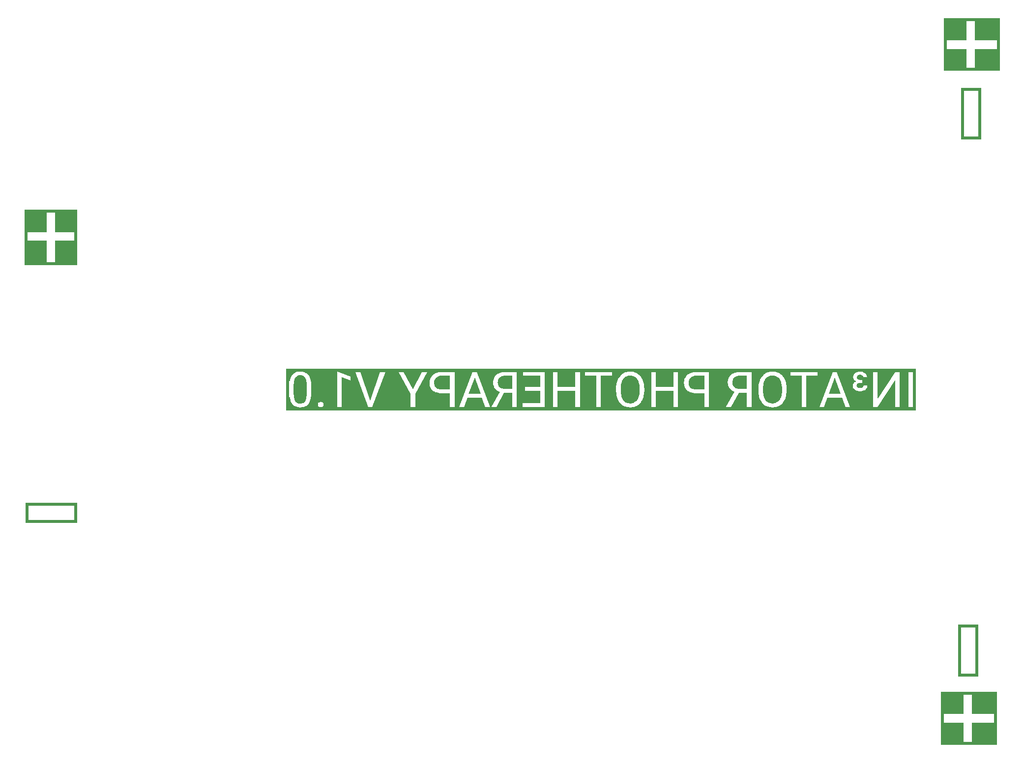
<source format=gbo>
G04*
G04 #@! TF.GenerationSoftware,Altium Limited,Altium Designer,21.9.1 (22)*
G04*
G04 Layer_Color=32896*
%FSLAX25Y25*%
%MOIN*%
G70*
G04*
G04 #@! TF.SameCoordinates,EB531D62-1C1F-4276-9C7D-F9011C492E8E*
G04*
G04*
G04 #@! TF.FilePolarity,Positive*
G04*
G01*
G75*
G36*
X727500Y767167D02*
X300654D01*
Y795533D01*
X727500D01*
Y767167D01*
D02*
G37*
G36*
X769972Y621703D02*
Y586500D01*
X756349D01*
Y621703D01*
X769972D01*
D02*
G37*
G36*
X782407Y540070D02*
X744436D01*
Y576000D01*
X782407D01*
Y540070D01*
D02*
G37*
G36*
X784407Y997570D02*
X746436D01*
Y1033500D01*
X784407D01*
Y997570D01*
D02*
G37*
G36*
X771972Y951000D02*
X758349D01*
Y986203D01*
X771972D01*
Y951000D01*
D02*
G37*
G36*
X159000Y704472D02*
Y690849D01*
X123797D01*
Y704472D01*
X159000D01*
D02*
G37*
G36*
Y903564D02*
Y865593D01*
X123070D01*
Y903564D01*
X159000D01*
D02*
G37*
%LPC*%
G36*
X689766Y793384D02*
X689396D01*
X688988Y793347D01*
X688507Y793273D01*
X687952Y793125D01*
X687359Y792977D01*
X686804Y792718D01*
X686285Y792384D01*
X686248Y792347D01*
X686100Y792199D01*
X685878Y791977D01*
X685656Y791681D01*
X685433Y791274D01*
X685211Y790829D01*
X685063Y790274D01*
X685026Y789681D01*
Y789644D01*
Y789533D01*
X685063Y789348D01*
X685100Y789126D01*
X685174Y788867D01*
X685248Y788608D01*
X685396Y788311D01*
X685582Y788015D01*
X685619Y787978D01*
X685693Y787904D01*
X685804Y787756D01*
X685989Y787608D01*
X686211Y787423D01*
X686507Y787237D01*
X686841Y787052D01*
X687211Y786867D01*
X687174D01*
X687100Y786830D01*
X686989Y786793D01*
X686841Y786719D01*
X686433Y786534D01*
X685989Y786238D01*
X685582Y785867D01*
X685174Y785349D01*
X685026Y785016D01*
X684915Y784682D01*
X684841Y784312D01*
X684804Y783905D01*
Y780165D01*
Y783831D01*
X684841Y783608D01*
X684878Y783312D01*
X684989Y782905D01*
X685137Y782460D01*
X685396Y782016D01*
X685730Y781572D01*
X686211Y781164D01*
X686285Y781127D01*
X686470Y781016D01*
X686767Y780831D01*
X687174Y780683D01*
X687692Y780498D01*
X688285Y780313D01*
X688988Y780202D01*
X689766Y780165D01*
X684804D01*
X694617D01*
X690136D01*
X690507Y780202D01*
X691025Y780276D01*
X691580Y780424D01*
X692173Y780572D01*
X692728Y780831D01*
X693284Y781164D01*
X693358Y781202D01*
X693506Y781350D01*
X693691Y781572D01*
X693950Y781905D01*
X694210Y782312D01*
X694395Y782757D01*
X694543Y783312D01*
X694617Y783942D01*
X692062D01*
Y783905D01*
Y783831D01*
X692025Y783682D01*
X691988Y783497D01*
X691914Y783312D01*
X691803Y783127D01*
X691655Y782905D01*
X691432Y782720D01*
X691395Y782683D01*
X691321Y782646D01*
X691173Y782572D01*
X690951Y782498D01*
X690729Y782386D01*
X690433Y782312D01*
X690062Y782275D01*
X689692Y782238D01*
X689507D01*
X689285Y782275D01*
X689025Y782312D01*
X688470Y782460D01*
X688211Y782572D01*
X687952Y782720D01*
X687915Y782757D01*
X687841Y782794D01*
X687766Y782905D01*
X687655Y783053D01*
X687544Y783238D01*
X687433Y783460D01*
X687396Y783719D01*
X687359Y784016D01*
Y784053D01*
Y784090D01*
X687396Y784312D01*
X687507Y784608D01*
X687655Y784941D01*
X687989Y785275D01*
X688174Y785423D01*
X688433Y785571D01*
X688692Y785682D01*
X689062Y785793D01*
X689433Y785830D01*
X689877Y785867D01*
X691321D01*
Y787830D01*
X689766D01*
X689544Y787867D01*
X689285Y787904D01*
X688692Y788052D01*
X688433Y788163D01*
X688174Y788311D01*
X688137Y788348D01*
X688063Y788422D01*
X687989Y788533D01*
X687878Y788682D01*
X687655Y789089D01*
X687618Y789311D01*
X687581Y789607D01*
Y789644D01*
Y789718D01*
X687618Y789866D01*
X687655Y790052D01*
X687804Y790422D01*
X687915Y790644D01*
X688100Y790829D01*
X688137Y790866D01*
X688211Y790903D01*
X688322Y790977D01*
X688507Y791088D01*
X688729Y791162D01*
X688988Y791237D01*
X689322Y791274D01*
X689729Y791311D01*
X689877D01*
X690062Y791274D01*
X690284D01*
X690766Y791125D01*
X691025Y791014D01*
X691284Y790866D01*
X691321D01*
X691358Y790792D01*
X691580Y790570D01*
X691766Y790237D01*
X691840Y790015D01*
X691877Y789755D01*
X694432D01*
Y789792D01*
Y789829D01*
X694395Y790015D01*
X694358Y790311D01*
X694284Y790681D01*
X694099Y791088D01*
X693876Y791533D01*
X693580Y791940D01*
X693136Y792347D01*
X693062Y792384D01*
X692877Y792496D01*
X692617Y792681D01*
X692210Y792866D01*
X691729Y793051D01*
X691136Y793236D01*
X690507Y793347D01*
X689766Y793384D01*
D02*
G37*
G36*
X660883Y786126D02*
Y786089D01*
D01*
Y786126D01*
D02*
G37*
G36*
X310135Y793532D02*
X309764D01*
X309505Y793495D01*
X309209Y793458D01*
X308838Y793384D01*
X308431Y793310D01*
X307987Y793236D01*
X307098Y792940D01*
X306617Y792718D01*
X306135Y792496D01*
X305691Y792199D01*
X305284Y791866D01*
X304876Y791496D01*
X304506Y791051D01*
X304469Y791014D01*
X304432Y790940D01*
X304321Y790792D01*
X304210Y790607D01*
X304099Y790348D01*
X303913Y790015D01*
X303765Y789644D01*
X303580Y789200D01*
X303432Y788682D01*
X303247Y788126D01*
X303099Y787497D01*
X302951Y786830D01*
X302840Y786089D01*
X302729Y785275D01*
X302692Y784423D01*
X302654Y783497D01*
Y793532D01*
D01*
Y769167D01*
Y779054D01*
X302692Y778720D01*
Y778276D01*
X302765Y777758D01*
X302803Y777202D01*
X302877Y776610D01*
X303099Y775314D01*
X303432Y774018D01*
X303617Y773388D01*
X303876Y772796D01*
X304136Y772240D01*
X304469Y771722D01*
X304506Y771685D01*
X304543Y771611D01*
X304654Y771499D01*
X304802Y771314D01*
X304987Y771129D01*
X305246Y770907D01*
X305543Y770685D01*
X305839Y770463D01*
X306209Y770203D01*
X306654Y769981D01*
X307098Y769759D01*
X307616Y769574D01*
X308172Y769389D01*
X308764Y769278D01*
X309394Y769204D01*
X310098Y769167D01*
X302654D01*
X317615D01*
D01*
X310468D01*
X310727Y769204D01*
X311023Y769241D01*
X311393Y769315D01*
X311801Y769389D01*
X312245Y769463D01*
X313134Y769759D01*
X313615Y769981D01*
X314097Y770203D01*
X314541Y770500D01*
X314948Y770833D01*
X315356Y771203D01*
X315726Y771648D01*
X315763Y771685D01*
X315800Y771759D01*
X315911Y771907D01*
X316022Y772129D01*
X316133Y772388D01*
X316318Y772721D01*
X316467Y773092D01*
X316652Y773536D01*
X316800Y774018D01*
X316985Y774573D01*
X317133Y775203D01*
X317281Y775869D01*
X317429Y776610D01*
X317503Y777424D01*
X317578Y778276D01*
X317615Y779165D01*
Y783682D01*
X317578Y784053D01*
X317541Y784497D01*
X317503Y784978D01*
X317466Y785534D01*
X317392Y786126D01*
X317170Y787385D01*
X316837Y788682D01*
X316652Y789311D01*
X316393Y789903D01*
X316133Y790459D01*
X315800Y790977D01*
X315763Y791014D01*
X315726Y791088D01*
X315615Y791199D01*
X315467Y791385D01*
X315245Y791570D01*
X315022Y791792D01*
X314726Y792014D01*
X314393Y792273D01*
X314023Y792496D01*
X313615Y792718D01*
X313171Y792940D01*
X312652Y793125D01*
X312097Y793310D01*
X311468Y793421D01*
X310838Y793495D01*
X310135Y793532D01*
D02*
G37*
G36*
X566308Y793199D02*
X558413D01*
X563198D01*
Y783016D01*
X551237D01*
Y793199D01*
X548089D01*
Y769500D01*
X558413D01*
X551237D01*
Y780461D01*
X563198D01*
Y769500D01*
X566308D01*
Y793199D01*
D02*
G37*
G36*
X499728Y793199D02*
X491833D01*
X496618D01*
Y783016D01*
X484657D01*
Y793199D01*
X481509D01*
Y769500D01*
X491833D01*
X484657D01*
Y780461D01*
X496618D01*
Y769500D01*
X499728D01*
Y793199D01*
D02*
G37*
G36*
X396229Y793199D02*
X384331D01*
X392637D01*
X386490Y781276D01*
X380306Y793199D01*
X376751D01*
X384935Y778313D01*
Y769500D01*
X396229D01*
X388046D01*
Y778313D01*
X396229Y793199D01*
D02*
G37*
G36*
X716650Y793199D02*
X713502D01*
X701542Y774832D01*
Y793199D01*
X698431D01*
Y769500D01*
X716650D01*
Y793199D01*
D02*
G37*
G36*
X367716Y793199D02*
X364309D01*
X357570Y773647D01*
X350793Y793199D01*
X347387D01*
X356163Y769500D01*
X347387Y769500D01*
X367716Y769500D01*
X358940D01*
X367716Y793199D01*
D02*
G37*
G36*
X324058Y772907D02*
X323910D01*
X323725Y772870D01*
X323539Y772833D01*
X323317Y772759D01*
X323058Y772684D01*
X322836Y772536D01*
X322651Y772351D01*
X322614Y772314D01*
X322577Y772277D01*
X322502Y772129D01*
X322391Y771981D01*
X322243Y771574D01*
X322206Y771351D01*
X322169Y771055D01*
Y772907D01*
D01*
Y769315D01*
D01*
Y770944D01*
X322206Y770796D01*
X322243Y770611D01*
X322354Y770203D01*
X322502Y770018D01*
X322651Y769796D01*
X322688Y769759D01*
X322725Y769722D01*
X322836Y769648D01*
X323021Y769574D01*
X323206Y769463D01*
X323428Y769389D01*
X323725Y769352D01*
X324058Y769315D01*
X322169D01*
X324206D01*
X324391Y769352D01*
X324576Y769389D01*
X325058Y769537D01*
X325280Y769648D01*
X325465Y769796D01*
Y769833D01*
X325539Y769907D01*
X325613Y770018D01*
X325687Y770166D01*
X325835Y770537D01*
X325872Y770796D01*
X325909Y771055D01*
Y771203D01*
X325872Y771314D01*
X325835Y771499D01*
X325724Y771944D01*
X325613Y772166D01*
X325465Y772351D01*
X325428Y772388D01*
X325391Y772425D01*
X325280Y772536D01*
X325095Y772647D01*
X324909Y772721D01*
X324650Y772833D01*
X324391Y772870D01*
X324058Y772907D01*
D02*
G37*
G36*
X725500Y793199D02*
X722390D01*
Y769500D01*
X725500D01*
Y793199D01*
D02*
G37*
G36*
X673917Y793199D02*
X671177D01*
X662105Y769500D01*
X682952D01*
X673917Y793199D01*
D02*
G37*
G36*
X660883D02*
X642553D01*
Y790644D01*
X650181D01*
Y769500D01*
X642553D01*
D01*
X660883D01*
X653292D01*
Y790644D01*
X660883D01*
Y793199D01*
D02*
G37*
G36*
X616150Y793199D02*
X598932D01*
X607930D01*
X607633Y793162D01*
X607300D01*
X606930Y793088D01*
X606486Y793051D01*
X606041Y792977D01*
X605041Y792755D01*
X604005Y792422D01*
X603523Y792199D01*
X603042Y791977D01*
X602560Y791681D01*
X602153Y791348D01*
X602116Y791311D01*
X602042Y791274D01*
X601968Y791162D01*
X601820Y791014D01*
X601635Y790829D01*
X601449Y790607D01*
X601264Y790311D01*
X601042Y790015D01*
X600857Y789644D01*
X600672Y789274D01*
X600487Y788830D01*
X600302Y788348D01*
X600153Y787830D01*
X600079Y787274D01*
X600005Y786682D01*
X599968Y786052D01*
Y786015D01*
Y785941D01*
Y785830D01*
Y785682D01*
X600042Y785275D01*
X600116Y784719D01*
X600265Y784127D01*
X600487Y783460D01*
X600783Y782794D01*
X601190Y782164D01*
X601227Y782090D01*
X601412Y781905D01*
X601672Y781609D01*
X602042Y781239D01*
X602523Y780868D01*
X603079Y780461D01*
X603745Y780091D01*
X604523Y779757D01*
X598932Y769685D01*
Y769500D01*
X602301D01*
X607448Y779091D01*
X613003D01*
Y769500D01*
X616150D01*
Y793199D01*
D02*
G37*
G36*
X587341D02*
X570307Y793199D01*
X578232D01*
X577973Y793162D01*
X577639Y793125D01*
X577269Y793088D01*
X576825Y793051D01*
X576380Y792940D01*
X575417Y792718D01*
X574381Y792347D01*
X573899Y792125D01*
X573418Y791866D01*
X572973Y791570D01*
X572529Y791199D01*
X572492Y791162D01*
X572418Y791125D01*
X572307Y790977D01*
X572196Y790829D01*
X572011Y790644D01*
X571826Y790385D01*
X571640Y790126D01*
X571418Y789792D01*
X571196Y789422D01*
X571011Y789052D01*
X570641Y788126D01*
X570529Y787645D01*
X570418Y787089D01*
X570344Y786534D01*
X570307Y785941D01*
Y785608D01*
X570344Y785386D01*
X570381Y785090D01*
X570418Y784756D01*
X570567Y783979D01*
X570826Y783127D01*
X571011Y782683D01*
X571196Y782238D01*
X571455Y781831D01*
X571751Y781424D01*
X572085Y781016D01*
X572455Y780646D01*
X572492Y780609D01*
X572566Y780572D01*
X572677Y780461D01*
X572862Y780350D01*
X573084Y780202D01*
X573344Y780054D01*
X573677Y779905D01*
X574047Y779720D01*
X574455Y779535D01*
X574899Y779387D01*
X575417Y779239D01*
X575973Y779091D01*
X576565Y778980D01*
X577195Y778869D01*
X577898Y778831D01*
X578639Y778794D01*
X584231Y778794D01*
Y769500D01*
X587341D01*
Y793199D01*
D02*
G37*
G36*
X521576Y793199D02*
X503246D01*
Y790644D01*
X510874D01*
Y769500D01*
X521576D01*
X513985D01*
Y790644D01*
X521576D01*
Y793199D01*
D02*
G37*
G36*
X475955D02*
X461069Y793199D01*
Y790644D01*
X472844Y790644D01*
Y783016D01*
X462587Y783016D01*
Y780461D01*
X472844Y780461D01*
Y772055D01*
X460921Y772055D01*
Y769500D01*
X475955Y769500D01*
Y793199D01*
D02*
G37*
G36*
X457032Y793199D02*
X448812D01*
X448516Y793162D01*
X448182D01*
X447812Y793088D01*
X447368Y793051D01*
X446923Y792977D01*
X445924Y792755D01*
X444887Y792421D01*
X444405Y792199D01*
X443924Y791977D01*
X443442Y791681D01*
X443035Y791348D01*
X442998Y791311D01*
X442924Y791274D01*
X442850Y791162D01*
X442702Y791014D01*
X442517Y790829D01*
X442332Y790607D01*
X442146Y790311D01*
X441924Y790015D01*
X441739Y789644D01*
X441554Y789274D01*
X441369Y788830D01*
X441184Y788348D01*
X441036Y787830D01*
X440962Y787274D01*
X440887Y786682D01*
X440850Y786052D01*
Y786015D01*
Y785941D01*
Y785830D01*
Y785682D01*
X440924Y785275D01*
X440999Y784719D01*
X441147Y784127D01*
X441369Y783460D01*
X441665Y782794D01*
X442072Y782164D01*
X442109Y782090D01*
X442295Y781905D01*
X442554Y781609D01*
X442924Y781239D01*
X443405Y780868D01*
X443961Y780461D01*
X444628Y780091D01*
X445405Y779757D01*
X439814Y769685D01*
Y769500D01*
X457032D01*
Y793199D01*
D02*
G37*
G36*
X429741D02*
X417929D01*
X427001D01*
X417929Y769500D01*
X438777D01*
X429741Y793199D01*
D02*
G37*
G36*
X414744D02*
X405635Y793199D01*
X405376Y793162D01*
X405042Y793125D01*
X404672Y793088D01*
X404228Y793051D01*
X403783Y792940D01*
X402821Y792718D01*
X401784Y792347D01*
X401302Y792125D01*
X400821Y791866D01*
X400377Y791570D01*
X399932Y791199D01*
X399895Y791162D01*
X399821Y791125D01*
X399710Y790977D01*
X399599Y790829D01*
X399414Y790644D01*
X399229Y790385D01*
X399043Y790126D01*
X398821Y789792D01*
X398599Y789422D01*
X398414Y789052D01*
X398044Y788126D01*
X397933Y787645D01*
X397821Y787089D01*
X397747Y786534D01*
X397710Y785941D01*
Y785608D01*
X397747Y785386D01*
X397784Y785090D01*
X397821Y784756D01*
X397970Y783979D01*
X398229Y783127D01*
X398414Y782683D01*
X398599Y782238D01*
X398858Y781831D01*
X399155Y781424D01*
X399488Y781016D01*
X399858Y780646D01*
X399895Y780609D01*
X399969Y780572D01*
X400080Y780461D01*
X400266Y780350D01*
X400488Y780202D01*
X400747Y780054D01*
X401080Y779905D01*
X401450Y779720D01*
X401858Y779535D01*
X402302Y779387D01*
X402821Y779239D01*
X403376Y779091D01*
X403968Y778980D01*
X404598Y778868D01*
X405302Y778831D01*
X406042Y778794D01*
X411634Y778794D01*
Y769500D01*
X397710Y769500D01*
D01*
X414744Y769500D01*
Y793199D01*
D02*
G37*
G36*
X384011Y769500D02*
X376751D01*
D01*
X384011D01*
D02*
G37*
G36*
X335574Y793310D02*
X335093D01*
Y769500D01*
X344202D01*
Y790089D01*
X335574Y793310D01*
D02*
G37*
G36*
X630370Y793532D02*
X620816D01*
X630074D01*
X629888Y793495D01*
X629629D01*
X629333Y793458D01*
X628667Y793347D01*
X627889Y793199D01*
X627037Y792940D01*
X626186Y792607D01*
X625334Y792125D01*
X625297D01*
X625223Y792051D01*
X625112Y791977D01*
X624964Y791866D01*
X624593Y791570D01*
X624112Y791125D01*
X623556Y790533D01*
X623001Y789866D01*
X622482Y789052D01*
X622001Y788126D01*
Y788089D01*
X621964Y788015D01*
X621890Y787867D01*
X621816Y787682D01*
X621742Y787423D01*
X621631Y787126D01*
X621520Y786793D01*
X621409Y786386D01*
X621298Y785978D01*
X621186Y785497D01*
X621001Y784460D01*
X620853Y783312D01*
X620816Y782053D01*
Y779980D01*
X620853Y779683D01*
X620890Y779350D01*
X620927Y778943D01*
X620964Y778498D01*
X621112Y777535D01*
X621298Y776536D01*
X621594Y775499D01*
X622001Y774462D01*
Y774425D01*
X622038Y774351D01*
X622112Y774203D01*
X622223Y774055D01*
X622334Y773833D01*
X622482Y773573D01*
X622853Y772981D01*
X623297Y772351D01*
X623890Y771685D01*
X624519Y771055D01*
X625297Y770500D01*
X625334D01*
X625408Y770426D01*
X625519Y770389D01*
X625667Y770278D01*
X625889Y770203D01*
X626112Y770092D01*
X626408Y769944D01*
X626741Y769833D01*
X627482Y769574D01*
X628333Y769389D01*
X629296Y769241D01*
X630333Y769167D01*
X639887Y769167D01*
X630592Y769167D01*
X630814Y769204D01*
X631037D01*
X631333Y769241D01*
X631999Y769352D01*
X632777Y769500D01*
X633592Y769759D01*
X634443Y770092D01*
X635295Y770537D01*
X635332D01*
X635406Y770611D01*
X635517Y770685D01*
X635665Y770796D01*
X636035Y771092D01*
X636517Y771537D01*
X637072Y772092D01*
X637628Y772759D01*
X638183Y773573D01*
X638665Y774462D01*
Y774499D01*
X638702Y774573D01*
X638776Y774721D01*
X638850Y774906D01*
X638924Y775166D01*
X639035Y775462D01*
X639146Y775795D01*
X639257Y776165D01*
X639368Y776573D01*
X639479Y777017D01*
X639665Y778017D01*
X639813Y779128D01*
X639887Y780350D01*
Y782386D01*
X639850Y782646D01*
Y782942D01*
X639813Y783275D01*
X639776Y783682D01*
X639739Y784090D01*
X639590Y785053D01*
X639368Y786052D01*
X639109Y787089D01*
X638702Y788089D01*
Y788126D01*
X638628Y788200D01*
X638591Y788348D01*
X638480Y788533D01*
X638368Y788756D01*
X638183Y789015D01*
X637813Y789570D01*
X637332Y790237D01*
X636776Y790903D01*
X636110Y791533D01*
X635332Y792125D01*
X635295D01*
X635221Y792199D01*
X635110Y792273D01*
X634962Y792347D01*
X634739Y792459D01*
X634480Y792570D01*
X634221Y792681D01*
X633888Y792829D01*
X633147Y793088D01*
X632333Y793310D01*
X631370Y793458D01*
X630370Y793532D01*
D02*
G37*
G36*
X533870Y793532D02*
X533573D01*
X533388Y793495D01*
X533129D01*
X532833Y793458D01*
X532166Y793347D01*
X531389Y793199D01*
X530537Y792940D01*
X529685Y792607D01*
X528834Y792125D01*
X528797D01*
X528723Y792051D01*
X528612Y791977D01*
X528463Y791866D01*
X528093Y791570D01*
X527612Y791125D01*
X527056Y790533D01*
X526501Y789866D01*
X525982Y789052D01*
X525501Y788126D01*
Y788089D01*
X525464Y788015D01*
X525390Y787867D01*
X525316Y787682D01*
X525242Y787423D01*
X525131Y787126D01*
X525020Y786793D01*
X524908Y786386D01*
X524797Y785978D01*
X524686Y785497D01*
X524501Y784460D01*
X524353Y783312D01*
X524316Y782053D01*
Y779979D01*
X524353Y779683D01*
X524390Y779350D01*
X524427Y778943D01*
X524464Y778498D01*
X524612Y777535D01*
X524797Y776536D01*
X525094Y775499D01*
X525501Y774462D01*
Y774425D01*
X525538Y774351D01*
X525612Y774203D01*
X525723Y774055D01*
X525834Y773833D01*
X525982Y773573D01*
X526353Y772981D01*
X526797Y772351D01*
X527389Y771685D01*
X528019Y771055D01*
X528797Y770500D01*
X528834D01*
X528908Y770426D01*
X529019Y770389D01*
X529167Y770278D01*
X529389Y770203D01*
X529611Y770092D01*
X529908Y769944D01*
X530241Y769833D01*
X530981Y769574D01*
X531833Y769389D01*
X532796Y769241D01*
X533833Y769167D01*
X524316Y769167D01*
D01*
X543387Y769167D01*
D01*
X534092D01*
X534314Y769204D01*
X534536D01*
X534832Y769241D01*
X535499Y769352D01*
X536277Y769500D01*
X537091Y769759D01*
X537943Y770092D01*
X538795Y770537D01*
X538832D01*
X538906Y770611D01*
X539017Y770685D01*
X539165Y770796D01*
X539535Y771092D01*
X540017Y771537D01*
X540572Y772092D01*
X541128Y772759D01*
X541683Y773573D01*
X542165Y774462D01*
Y774499D01*
X542202Y774573D01*
X542276Y774721D01*
X542350Y774906D01*
X542424Y775166D01*
X542535Y775462D01*
X542646Y775795D01*
X542757Y776165D01*
X542868Y776573D01*
X542979Y777017D01*
X543164Y778017D01*
X543312Y779128D01*
X543387Y780350D01*
Y782386D01*
X543349Y782646D01*
Y782942D01*
X543312Y783275D01*
X543275Y783682D01*
X543238Y784090D01*
X543090Y785053D01*
X542868Y786052D01*
X542609Y787089D01*
X542202Y788089D01*
Y788126D01*
X542127Y788200D01*
X542090Y788348D01*
X541979Y788533D01*
X541868Y788756D01*
X541683Y789015D01*
X541313Y789570D01*
X540831Y790237D01*
X540276Y790903D01*
X539609Y791533D01*
X538832Y792125D01*
X538795D01*
X538721Y792199D01*
X538610Y792273D01*
X538461Y792347D01*
X538239Y792459D01*
X537980Y792570D01*
X537721Y792681D01*
X537388Y792829D01*
X536647Y793088D01*
X535832Y793310D01*
X534870Y793458D01*
X533870Y793532D01*
D02*
G37*
%LPD*%
G36*
X310505Y791014D02*
X310912Y790977D01*
X311431Y790829D01*
X311986Y790607D01*
X312541Y790311D01*
X313097Y789866D01*
X313319Y789570D01*
X313541Y789274D01*
Y789237D01*
X313578Y789200D01*
X313652Y789089D01*
X313689Y788941D01*
X313763Y788756D01*
X313875Y788533D01*
X313949Y788274D01*
X314060Y787941D01*
X314171Y787608D01*
X314245Y787200D01*
X314356Y786756D01*
X314430Y786274D01*
X314504Y785756D01*
X314541Y785201D01*
X314578Y784608D01*
X314615Y783942D01*
Y779091D01*
Y779054D01*
Y778943D01*
Y778720D01*
X314578Y778461D01*
Y778165D01*
X314541Y777795D01*
X314504Y777387D01*
X314467Y776943D01*
X314356Y776017D01*
X314134Y775092D01*
X313875Y774203D01*
X313689Y773795D01*
X313504Y773425D01*
Y773388D01*
X313467Y773351D01*
X313282Y773129D01*
X313023Y772870D01*
X312652Y772536D01*
X312171Y772203D01*
X311579Y771907D01*
X310875Y771685D01*
X310505Y771648D01*
X310098Y771611D01*
X309875D01*
X309727Y771648D01*
X309320Y771685D01*
X308838Y771833D01*
X308320Y772018D01*
X307765Y772314D01*
X307246Y772759D01*
X307024Y773018D01*
X306802Y773314D01*
Y773351D01*
X306765Y773388D01*
X306691Y773499D01*
X306617Y773647D01*
X306543Y773832D01*
X306469Y774055D01*
X306357Y774351D01*
X306246Y774647D01*
X306135Y775017D01*
X306061Y775425D01*
X305950Y775869D01*
X305876Y776350D01*
X305802Y776869D01*
X305728Y777461D01*
X305691Y778091D01*
X305654Y778757D01*
Y783682D01*
Y783719D01*
Y783868D01*
Y784053D01*
Y784312D01*
X305691Y784645D01*
Y784978D01*
X305728Y785386D01*
X305802Y785830D01*
X305913Y786756D01*
X306098Y787682D01*
X306357Y788533D01*
X306543Y788941D01*
X306728Y789274D01*
Y789311D01*
X306765Y789348D01*
X306913Y789570D01*
X307172Y789829D01*
X307542Y790163D01*
X308024Y790496D01*
X308616Y790792D01*
X309320Y790977D01*
X309727Y791014D01*
X310135Y791051D01*
X310357D01*
X310505Y791014D01*
D02*
G37*
G36*
X713502Y769500D02*
X701579D01*
X713502Y787756D01*
Y769500D01*
D02*
G37*
G36*
X676583Y778239D02*
X668511D01*
X672547Y789311D01*
X676583Y778239D01*
D02*
G37*
G36*
X679731Y769500D02*
X665326D01*
X667585Y775684D01*
X677509D01*
X679731Y769500D01*
D02*
G37*
G36*
X613003Y781646D02*
X607967D01*
X607819Y781683D01*
X607374Y781720D01*
X606856Y781794D01*
X606263Y781942D01*
X605634Y782164D01*
X605041Y782423D01*
X604486Y782831D01*
X604412Y782905D01*
X604264Y783053D01*
X604042Y783312D01*
X603782Y783682D01*
X603560Y784164D01*
X603338Y784719D01*
X603190Y785349D01*
X603116Y786052D01*
Y786089D01*
Y786164D01*
Y786275D01*
X603153Y786423D01*
X603190Y786830D01*
X603264Y787311D01*
X603449Y787867D01*
X603671Y788422D01*
X604005Y788941D01*
X604449Y789422D01*
X604523Y789459D01*
X604671Y789607D01*
X605004Y789792D01*
X605412Y790015D01*
X605930Y790237D01*
X606597Y790422D01*
X607337Y790570D01*
X608226Y790644D01*
X613003D01*
Y781646D01*
D02*
G37*
G36*
X584231Y781350D02*
X578343Y781350D01*
X578195Y781387D01*
X577973D01*
X577750Y781424D01*
X577158Y781498D01*
X576565Y781646D01*
X575899Y781831D01*
X575306Y782127D01*
X574751Y782498D01*
X574677Y782572D01*
X574529Y782720D01*
X574343Y782979D01*
X574084Y783386D01*
X573825Y783868D01*
X573640Y784423D01*
X573492Y785127D01*
X573418Y785904D01*
Y785941D01*
Y786015D01*
Y786126D01*
X573455Y786275D01*
X573492Y786645D01*
X573566Y787126D01*
X573751Y787682D01*
X573973Y788237D01*
X574306Y788793D01*
X574751Y789311D01*
X574825Y789348D01*
X575010Y789496D01*
X575306Y789718D01*
X575714Y789941D01*
X576232Y790200D01*
X576862Y790422D01*
X577602Y790570D01*
X578417Y790644D01*
X584231Y790644D01*
Y781350D01*
D02*
G37*
G36*
X453885Y781646D02*
X448849D01*
X448701Y781683D01*
X448256Y781720D01*
X447738Y781794D01*
X447146Y781942D01*
X446516Y782164D01*
X445924Y782423D01*
X445368Y782831D01*
X445294Y782905D01*
X445146Y783053D01*
X444924Y783312D01*
X444664Y783682D01*
X444442Y784164D01*
X444220Y784719D01*
X444072Y785349D01*
X443998Y786052D01*
Y786089D01*
Y786164D01*
Y786274D01*
X444035Y786423D01*
X444072Y786830D01*
X444146Y787311D01*
X444331Y787867D01*
X444553Y788422D01*
X444887Y788941D01*
X445331Y789422D01*
X445405Y789459D01*
X445553Y789607D01*
X445887Y789792D01*
X446294Y790015D01*
X446812Y790237D01*
X447479Y790422D01*
X448219Y790570D01*
X449108Y790644D01*
X453885D01*
Y781646D01*
D02*
G37*
G36*
Y769500D02*
X443183D01*
X448330Y779091D01*
X453885D01*
Y769500D01*
D02*
G37*
G36*
X432408Y778239D02*
X424335D01*
X428371Y789311D01*
X432408Y778239D01*
D02*
G37*
G36*
X435555Y769500D02*
X421150D01*
X423409Y775684D01*
X433333D01*
X435555Y769500D01*
D02*
G37*
G36*
X411634Y781350D02*
X405746Y781350D01*
X405598Y781387D01*
X405376D01*
X405154Y781424D01*
X404561Y781498D01*
X403968Y781646D01*
X403302Y781831D01*
X402709Y782127D01*
X402154Y782498D01*
X402080Y782572D01*
X401932Y782720D01*
X401747Y782979D01*
X401487Y783386D01*
X401228Y783868D01*
X401043Y784423D01*
X400895Y785127D01*
X400821Y785904D01*
Y785941D01*
Y786015D01*
Y786126D01*
X400858Y786274D01*
X400895Y786645D01*
X400969Y787126D01*
X401154Y787682D01*
X401376Y788237D01*
X401710Y788793D01*
X402154Y789311D01*
X402228Y789348D01*
X402413Y789496D01*
X402709Y789718D01*
X403117Y789941D01*
X403635Y790200D01*
X404265Y790422D01*
X405005Y790570D01*
X405820Y790644D01*
X411634Y790644D01*
Y781350D01*
D02*
G37*
G36*
X344202Y787348D02*
Y769500D01*
X338129D01*
Y789570D01*
X344202Y787348D01*
D02*
G37*
G36*
X630851Y790792D02*
X631110Y790755D01*
X631407Y790718D01*
X632073Y790533D01*
X632814Y790274D01*
X633184Y790089D01*
X633592Y789866D01*
X633962Y789607D01*
X634332Y789311D01*
X634702Y788978D01*
X635036Y788570D01*
Y788533D01*
X635110Y788459D01*
X635184Y788348D01*
X635295Y788163D01*
X635406Y787941D01*
X635554Y787645D01*
X635702Y787311D01*
X635887Y786941D01*
X636035Y786534D01*
X636184Y786052D01*
X636332Y785534D01*
X636480Y784978D01*
X636591Y784386D01*
X636665Y783719D01*
X636739Y783053D01*
X636776Y782312D01*
Y780572D01*
Y780535D01*
Y780387D01*
Y780165D01*
X636739Y779905D01*
Y779572D01*
X636702Y779165D01*
X636628Y778720D01*
X636554Y778239D01*
X636369Y777202D01*
X636072Y776165D01*
X635628Y775129D01*
X635369Y774610D01*
X635073Y774166D01*
X635036Y774129D01*
X634999Y774055D01*
X634888Y773944D01*
X634739Y773796D01*
X634591Y773610D01*
X634369Y773425D01*
X633814Y773018D01*
X633147Y772574D01*
X632333Y772203D01*
X631888Y772055D01*
X631407Y771944D01*
X630888Y771870D01*
X630333Y771833D01*
X630037D01*
X629814Y771870D01*
X629592Y771907D01*
X629296Y771944D01*
X628592Y772092D01*
X627852Y772351D01*
X627445Y772536D01*
X627074Y772759D01*
X626667Y773018D01*
X626297Y773314D01*
X625963Y773647D01*
X625630Y774018D01*
X625593Y774055D01*
X625556Y774129D01*
X625482Y774240D01*
X625371Y774425D01*
X625260Y774647D01*
X625112Y774943D01*
X624964Y775277D01*
X624778Y775647D01*
X624630Y776054D01*
X624482Y776536D01*
X624334Y777054D01*
X624223Y777610D01*
X624112Y778239D01*
X624001Y778906D01*
X623964Y779609D01*
X623927Y780350D01*
Y782090D01*
Y782127D01*
Y782275D01*
Y782498D01*
X623964Y782794D01*
Y783127D01*
X624001Y783534D01*
X624075Y784016D01*
X624149Y784497D01*
X624334Y785534D01*
X624630Y786608D01*
X625075Y787645D01*
X625334Y788126D01*
X625630Y788570D01*
Y788608D01*
X625704Y788682D01*
X625815Y788793D01*
X625926Y788941D01*
X626112Y789089D01*
X626334Y789274D01*
X626852Y789718D01*
X627519Y790126D01*
X628333Y790496D01*
X628778Y790607D01*
X629296Y790718D01*
X629814Y790792D01*
X630370Y790829D01*
X630666D01*
X630851Y790792D01*
D02*
G37*
G36*
X534351Y790792D02*
X534610Y790755D01*
X534907Y790718D01*
X535573Y790533D01*
X536314Y790274D01*
X536684Y790089D01*
X537091Y789866D01*
X537462Y789607D01*
X537832Y789311D01*
X538202Y788978D01*
X538535Y788570D01*
Y788533D01*
X538610Y788459D01*
X538684Y788348D01*
X538795Y788163D01*
X538906Y787941D01*
X539054Y787645D01*
X539202Y787311D01*
X539387Y786941D01*
X539535Y786534D01*
X539683Y786052D01*
X539832Y785534D01*
X539980Y784978D01*
X540091Y784386D01*
X540165Y783719D01*
X540239Y783053D01*
X540276Y782312D01*
Y780572D01*
Y780535D01*
Y780387D01*
Y780165D01*
X540239Y779905D01*
Y779572D01*
X540202Y779165D01*
X540128Y778720D01*
X540054Y778239D01*
X539869Y777202D01*
X539572Y776165D01*
X539128Y775129D01*
X538869Y774610D01*
X538573Y774166D01*
X538535Y774129D01*
X538498Y774055D01*
X538387Y773944D01*
X538239Y773795D01*
X538091Y773610D01*
X537869Y773425D01*
X537314Y773018D01*
X536647Y772574D01*
X535832Y772203D01*
X535388Y772055D01*
X534907Y771944D01*
X534388Y771870D01*
X533833Y771833D01*
X533536D01*
X533314Y771870D01*
X533092Y771907D01*
X532796Y771944D01*
X532092Y772092D01*
X531352Y772351D01*
X530944Y772536D01*
X530574Y772759D01*
X530167Y773018D01*
X529797Y773314D01*
X529463Y773647D01*
X529130Y774018D01*
X529093Y774055D01*
X529056Y774129D01*
X528982Y774240D01*
X528871Y774425D01*
X528760Y774647D01*
X528612Y774943D01*
X528463Y775277D01*
X528278Y775647D01*
X528130Y776054D01*
X527982Y776536D01*
X527834Y777054D01*
X527723Y777609D01*
X527612Y778239D01*
X527501Y778906D01*
X527464Y779609D01*
X527426Y780350D01*
Y782090D01*
Y782127D01*
Y782275D01*
Y782498D01*
X527464Y782794D01*
Y783127D01*
X527501Y783534D01*
X527575Y784016D01*
X527649Y784497D01*
X527834Y785534D01*
X528130Y786608D01*
X528575Y787645D01*
X528834Y788126D01*
X529130Y788570D01*
Y788607D01*
X529204Y788682D01*
X529315Y788793D01*
X529426Y788941D01*
X529611Y789089D01*
X529834Y789274D01*
X530352Y789718D01*
X531018Y790126D01*
X531833Y790496D01*
X532277Y790607D01*
X532796Y790718D01*
X533314Y790792D01*
X533870Y790829D01*
X534166D01*
X534351Y790792D01*
D02*
G37*
%LPC*%
G36*
X767972Y619703D02*
X758349D01*
Y588500D01*
X767972D01*
Y619703D01*
D02*
G37*
G36*
X780407Y574000D02*
Y561024D01*
X765609D01*
Y574000D01*
X759995D01*
Y561024D01*
X746436D01*
Y555046D01*
X759995D01*
Y542070D01*
X780407D01*
Y574000D01*
D02*
G37*
%LPD*%
G36*
Y542070D02*
X765609D01*
Y555046D01*
X780407D01*
Y542070D01*
D02*
G37*
%LPC*%
G36*
X782407Y1031500D02*
Y1018524D01*
X767609D01*
Y1031500D01*
X748436D01*
X761995D01*
Y1018524D01*
X748436D01*
Y1012546D01*
X761995D01*
Y999570D01*
X782407D01*
Y1031500D01*
D02*
G37*
%LPD*%
G36*
Y999570D02*
X767609D01*
Y1012546D01*
X782407D01*
Y999570D01*
D02*
G37*
%LPC*%
G36*
X769972Y984203D02*
X760349D01*
Y953000D01*
X769972D01*
Y984203D01*
D02*
G37*
G36*
X157000Y702472D02*
X125797Y702472D01*
Y692849D01*
X157000Y692849D01*
Y702472D01*
D02*
G37*
G36*
Y901564D02*
X125070Y901564D01*
X138046Y901564D01*
X138046Y888005D01*
X125070Y888005D01*
Y882391D01*
X138046Y882391D01*
Y867593D01*
X144024D01*
Y882391D01*
X157000D01*
Y867593D01*
X157000Y901564D01*
D02*
G37*
%LPD*%
G36*
X157000Y888005D02*
X144024D01*
X144024Y901564D01*
X157000D01*
X157000Y888005D01*
D02*
G37*
M02*

</source>
